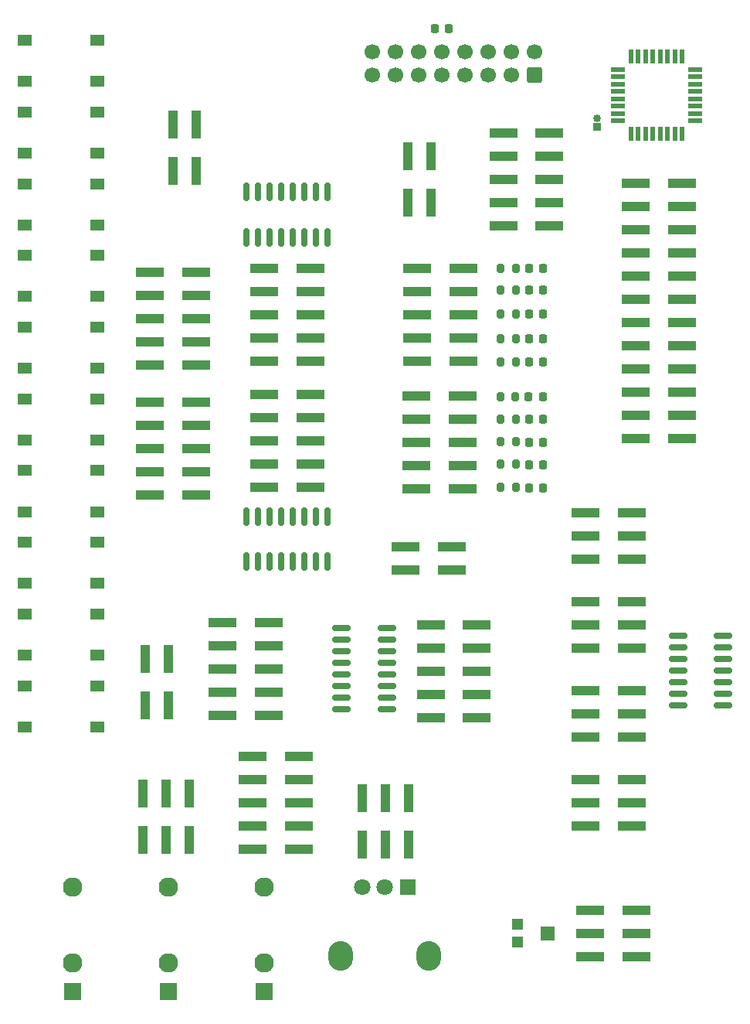
<source format=gbr>
%TF.GenerationSoftware,KiCad,Pcbnew,(7.0.0)*%
%TF.CreationDate,2023-03-26T07:24:26-07:00*%
%TF.ProjectId,wyw_extra,7779775f-6578-4747-9261-2e6b69636164,rev?*%
%TF.SameCoordinates,Original*%
%TF.FileFunction,Soldermask,Top*%
%TF.FilePolarity,Negative*%
%FSLAX46Y46*%
G04 Gerber Fmt 4.6, Leading zero omitted, Abs format (unit mm)*
G04 Created by KiCad (PCBNEW (7.0.0)) date 2023-03-26 07:24:26*
%MOMM*%
%LPD*%
G01*
G04 APERTURE LIST*
G04 Aperture macros list*
%AMRoundRect*
0 Rectangle with rounded corners*
0 $1 Rounding radius*
0 $2 $3 $4 $5 $6 $7 $8 $9 X,Y pos of 4 corners*
0 Add a 4 corners polygon primitive as box body*
4,1,4,$2,$3,$4,$5,$6,$7,$8,$9,$2,$3,0*
0 Add four circle primitives for the rounded corners*
1,1,$1+$1,$2,$3*
1,1,$1+$1,$4,$5*
1,1,$1+$1,$6,$7*
1,1,$1+$1,$8,$9*
0 Add four rect primitives between the rounded corners*
20,1,$1+$1,$2,$3,$4,$5,0*
20,1,$1+$1,$4,$5,$6,$7,0*
20,1,$1+$1,$6,$7,$8,$9,0*
20,1,$1+$1,$8,$9,$2,$3,0*%
G04 Aperture macros list end*
%ADD10RoundRect,0.225000X0.225000X0.250000X-0.225000X0.250000X-0.225000X-0.250000X0.225000X-0.250000X0*%
%ADD11R,3.150000X1.000000*%
%ADD12RoundRect,0.218750X-0.218750X-0.256250X0.218750X-0.256250X0.218750X0.256250X-0.218750X0.256250X0*%
%ADD13R,1.550000X1.300000*%
%ADD14RoundRect,0.150000X0.825000X0.150000X-0.825000X0.150000X-0.825000X-0.150000X0.825000X-0.150000X0*%
%ADD15R,1.000000X3.150000*%
%ADD16R,1.600000X0.550000*%
%ADD17R,0.550000X1.600000*%
%ADD18RoundRect,0.200000X0.200000X0.275000X-0.200000X0.275000X-0.200000X-0.275000X0.200000X-0.275000X0*%
%ADD19R,1.930000X1.830000*%
%ADD20C,2.130000*%
%ADD21RoundRect,0.150000X0.150000X-0.825000X0.150000X0.825000X-0.150000X0.825000X-0.150000X-0.825000X0*%
%ADD22R,0.850000X0.850000*%
%ADD23O,0.850000X0.850000*%
%ADD24O,2.720000X3.240000*%
%ADD25R,1.800000X1.800000*%
%ADD26C,1.800000*%
%ADD27R,1.200000X1.200000*%
%ADD28R,1.500000X1.600000*%
%ADD29RoundRect,0.250000X0.600000X-0.600000X0.600000X0.600000X-0.600000X0.600000X-0.600000X-0.600000X0*%
%ADD30C,1.700000*%
G04 APERTURE END LIST*
D10*
%TO.C,C1*%
X68500000Y-30500000D03*
X66950000Y-30500000D03*
%TD*%
D11*
%TO.C,J2*%
X48249999Y-56709999D03*
X53299999Y-56709999D03*
X48249999Y-59249999D03*
X53299999Y-59249999D03*
X48249999Y-61789999D03*
X53299999Y-61789999D03*
X48249999Y-64329999D03*
X53299999Y-64329999D03*
X48249999Y-66869999D03*
X53299999Y-66869999D03*
%TD*%
D12*
%TO.C,D8*%
X77250000Y-75750000D03*
X78825000Y-75750000D03*
%TD*%
D13*
%TO.C,SW8*%
X22019999Y-86699999D03*
X29979999Y-86699999D03*
X22019999Y-91199999D03*
X29979999Y-91199999D03*
%TD*%
D14*
%TO.C,U5*%
X61700000Y-104945000D03*
X61700000Y-103675000D03*
X61700000Y-102405000D03*
X61700000Y-101135000D03*
X61700000Y-99865000D03*
X61700000Y-98595000D03*
X61700000Y-97325000D03*
X61700000Y-96055000D03*
X56750000Y-96055000D03*
X56750000Y-97325000D03*
X56750000Y-98595000D03*
X56750000Y-99865000D03*
X56750000Y-101135000D03*
X56750000Y-102405000D03*
X56750000Y-103675000D03*
X56750000Y-104945000D03*
%TD*%
D11*
%TO.C,J21*%
X83474999Y-112689999D03*
X88524999Y-112689999D03*
X83474999Y-115229999D03*
X88524999Y-115229999D03*
X83474999Y-117769999D03*
X88524999Y-117769999D03*
%TD*%
%TO.C,J30*%
X46999999Y-110129999D03*
X52049999Y-110129999D03*
X46999999Y-112669999D03*
X52049999Y-112669999D03*
X46999999Y-115209999D03*
X52049999Y-115209999D03*
X46999999Y-117749999D03*
X52049999Y-117749999D03*
X46999999Y-120289999D03*
X52049999Y-120289999D03*
%TD*%
D13*
%TO.C,SW7*%
X22019999Y-78849999D03*
X29979999Y-78849999D03*
X22019999Y-83349999D03*
X29979999Y-83349999D03*
%TD*%
%TO.C,SW2*%
X22019999Y-39599999D03*
X29979999Y-39599999D03*
X22019999Y-44099999D03*
X29979999Y-44099999D03*
%TD*%
%TO.C,SW10*%
X22019999Y-102399999D03*
X29979999Y-102399999D03*
X22019999Y-106899999D03*
X29979999Y-106899999D03*
%TD*%
D15*
%TO.C,J4*%
X35229999Y-104524999D03*
X35229999Y-99474999D03*
X37769999Y-104524999D03*
X37769999Y-99474999D03*
%TD*%
D11*
%TO.C,J18*%
X66499999Y-95749999D03*
X71549999Y-95749999D03*
X66499999Y-98289999D03*
X71549999Y-98289999D03*
X66499999Y-100829999D03*
X71549999Y-100829999D03*
X66499999Y-103369999D03*
X71549999Y-103369999D03*
X66499999Y-105909999D03*
X71549999Y-105909999D03*
%TD*%
D16*
%TO.C,U3*%
X86999999Y-34949999D03*
X86999999Y-35749999D03*
X86999999Y-36549999D03*
X86999999Y-37349999D03*
X86999999Y-38149999D03*
X86999999Y-38949999D03*
X86999999Y-39749999D03*
X86999999Y-40549999D03*
D17*
X88449999Y-41999999D03*
X89249999Y-41999999D03*
X90049999Y-41999999D03*
X90849999Y-41999999D03*
X91649999Y-41999999D03*
X92449999Y-41999999D03*
X93249999Y-41999999D03*
X94049999Y-41999999D03*
D16*
X95499999Y-40549999D03*
X95499999Y-39749999D03*
X95499999Y-38949999D03*
X95499999Y-38149999D03*
X95499999Y-37349999D03*
X95499999Y-36549999D03*
X95499999Y-35749999D03*
X95499999Y-34949999D03*
D17*
X94049999Y-33499999D03*
X93249999Y-33499999D03*
X92449999Y-33499999D03*
X91649999Y-33499999D03*
X90849999Y-33499999D03*
X90049999Y-33499999D03*
X89249999Y-33499999D03*
X88449999Y-33499999D03*
%TD*%
D11*
%TO.C,J13*%
X35724999Y-57129999D03*
X40774999Y-57129999D03*
X35724999Y-59669999D03*
X40774999Y-59669999D03*
X35724999Y-62209999D03*
X40774999Y-62209999D03*
X35724999Y-64749999D03*
X40774999Y-64749999D03*
X35724999Y-67289999D03*
X40774999Y-67289999D03*
%TD*%
D13*
%TO.C,SW1*%
X22019999Y-31749999D03*
X29979999Y-31749999D03*
X22019999Y-36249999D03*
X29979999Y-36249999D03*
%TD*%
D18*
%TO.C,R5*%
X75825000Y-66960000D03*
X74175000Y-66960000D03*
%TD*%
D15*
%TO.C,J26*%
X38229999Y-46024999D03*
X38229999Y-40974999D03*
X40769999Y-46024999D03*
X40769999Y-40974999D03*
%TD*%
D18*
%TO.C,R6*%
X75787500Y-70750000D03*
X74137500Y-70750000D03*
%TD*%
D19*
%TO.C,J9*%
X27249999Y-135849999D03*
D20*
X27250000Y-124450000D03*
X27250000Y-132750000D03*
%TD*%
D11*
%TO.C,J15*%
X83474999Y-83439999D03*
X88524999Y-83439999D03*
X83474999Y-85979999D03*
X88524999Y-85979999D03*
X83474999Y-88519999D03*
X88524999Y-88519999D03*
%TD*%
D18*
%TO.C,R2*%
X75825000Y-59080000D03*
X74175000Y-59080000D03*
%TD*%
D11*
%TO.C,J7*%
X83974999Y-126959999D03*
X89024999Y-126959999D03*
X83974999Y-129499999D03*
X89024999Y-129499999D03*
X83974999Y-132039999D03*
X89024999Y-132039999D03*
%TD*%
D18*
%TO.C,R4*%
X75825000Y-64400000D03*
X74175000Y-64400000D03*
%TD*%
D12*
%TO.C,D1*%
X77250000Y-56710000D03*
X78825000Y-56710000D03*
%TD*%
%TO.C,D4*%
X77250000Y-64440000D03*
X78825000Y-64440000D03*
%TD*%
D18*
%TO.C,R9*%
X75825000Y-78150000D03*
X74175000Y-78150000D03*
%TD*%
D12*
%TO.C,D3*%
X77250000Y-61750000D03*
X78825000Y-61750000D03*
%TD*%
D21*
%TO.C,U4*%
X46305000Y-88805000D03*
X47575000Y-88805000D03*
X48845000Y-88805000D03*
X50115000Y-88805000D03*
X51385000Y-88805000D03*
X52655000Y-88805000D03*
X53925000Y-88805000D03*
X55195000Y-88805000D03*
X55195000Y-83855000D03*
X53925000Y-83855000D03*
X52655000Y-83855000D03*
X51385000Y-83855000D03*
X50115000Y-83855000D03*
X48845000Y-83855000D03*
X47575000Y-83855000D03*
X46305000Y-83855000D03*
%TD*%
D11*
%TO.C,J19*%
X83474999Y-93189999D03*
X88524999Y-93189999D03*
X83474999Y-95729999D03*
X88524999Y-95729999D03*
X83474999Y-98269999D03*
X88524999Y-98269999D03*
%TD*%
D18*
%TO.C,R8*%
X75825000Y-75710000D03*
X74175000Y-75710000D03*
%TD*%
D15*
%TO.C,J8*%
X34959999Y-119274999D03*
X34959999Y-114224999D03*
X37499999Y-119274999D03*
X37499999Y-114224999D03*
X40039999Y-119274999D03*
X40039999Y-114224999D03*
%TD*%
D11*
%TO.C,J5*%
X64999999Y-56709999D03*
X70049999Y-56709999D03*
X64999999Y-59249999D03*
X70049999Y-59249999D03*
X64999999Y-61789999D03*
X70049999Y-61789999D03*
X64999999Y-64329999D03*
X70049999Y-64329999D03*
X64999999Y-66869999D03*
X70049999Y-66869999D03*
%TD*%
%TO.C,J27*%
X63724999Y-87229999D03*
X68774999Y-87229999D03*
X63724999Y-89769999D03*
X68774999Y-89769999D03*
%TD*%
D22*
%TO.C,J16*%
X84749999Y-41249999D03*
D23*
X84749999Y-40249999D03*
%TD*%
D11*
%TO.C,J14*%
X35749999Y-71379999D03*
X40799999Y-71379999D03*
X35749999Y-73919999D03*
X40799999Y-73919999D03*
X35749999Y-76459999D03*
X40799999Y-76459999D03*
X35749999Y-78999999D03*
X40799999Y-78999999D03*
X35749999Y-81539999D03*
X40799999Y-81539999D03*
%TD*%
D18*
%TO.C,R1*%
X75825000Y-56710000D03*
X74175000Y-56710000D03*
%TD*%
D11*
%TO.C,J11*%
X48249999Y-70499999D03*
X53299999Y-70499999D03*
X48249999Y-73039999D03*
X53299999Y-73039999D03*
X48249999Y-75579999D03*
X53299999Y-75579999D03*
X48249999Y-78119999D03*
X53299999Y-78119999D03*
X48249999Y-80659999D03*
X53299999Y-80659999D03*
%TD*%
D13*
%TO.C,SW5*%
X22019999Y-63149999D03*
X29979999Y-63149999D03*
X22019999Y-67649999D03*
X29979999Y-67649999D03*
%TD*%
D11*
%TO.C,J25*%
X64949999Y-70669999D03*
X69999999Y-70669999D03*
X64949999Y-73209999D03*
X69999999Y-73209999D03*
X64949999Y-75749999D03*
X69999999Y-75749999D03*
X64949999Y-78289999D03*
X69999999Y-78289999D03*
X64949999Y-80829999D03*
X69999999Y-80829999D03*
%TD*%
D13*
%TO.C,SW9*%
X22019999Y-94549999D03*
X29979999Y-94549999D03*
X22019999Y-99049999D03*
X29979999Y-99049999D03*
%TD*%
D11*
%TO.C,J12*%
X88999999Y-47419999D03*
X94049999Y-47419999D03*
X88999999Y-49959999D03*
X94049999Y-49959999D03*
X88999999Y-52499999D03*
X94049999Y-52499999D03*
X88999999Y-55039999D03*
X94049999Y-55039999D03*
X88999999Y-57579999D03*
X94049999Y-57579999D03*
X88999999Y-60119999D03*
X94049999Y-60119999D03*
X88999999Y-62659999D03*
X94049999Y-62659999D03*
X88999999Y-65199999D03*
X94049999Y-65199999D03*
X88999999Y-67739999D03*
X94049999Y-67739999D03*
X88999999Y-70279999D03*
X94049999Y-70279999D03*
X88999999Y-72819999D03*
X94049999Y-72819999D03*
X88999999Y-75359999D03*
X94049999Y-75359999D03*
%TD*%
D13*
%TO.C,SW6*%
X22019999Y-70999999D03*
X29979999Y-70999999D03*
X22019999Y-75499999D03*
X29979999Y-75499999D03*
%TD*%
%TO.C,SW4*%
X22019999Y-55299999D03*
X29979999Y-55299999D03*
X22019999Y-59799999D03*
X29979999Y-59799999D03*
%TD*%
D11*
%TO.C,J17*%
X43699999Y-95499999D03*
X48749999Y-95499999D03*
X43699999Y-98039999D03*
X48749999Y-98039999D03*
X43699999Y-100579999D03*
X48749999Y-100579999D03*
X43699999Y-103119999D03*
X48749999Y-103119999D03*
X43699999Y-105659999D03*
X48749999Y-105659999D03*
%TD*%
D24*
%TO.C,RV1*%
X66259999Y-131974999D03*
X56659999Y-131974999D03*
D25*
X63959999Y-124474999D03*
D26*
X61460000Y-124475000D03*
X58960000Y-124475000D03*
%TD*%
D18*
%TO.C,R3*%
X75825000Y-61710000D03*
X74175000Y-61710000D03*
%TD*%
D19*
%TO.C,J10*%
X48249999Y-135849999D03*
D20*
X48250000Y-124450000D03*
X48250000Y-132750000D03*
%TD*%
D13*
%TO.C,SW3*%
X22019999Y-47449999D03*
X29979999Y-47449999D03*
X22019999Y-51949999D03*
X29979999Y-51949999D03*
%TD*%
D12*
%TO.C,D2*%
X77250000Y-59120000D03*
X78825000Y-59120000D03*
%TD*%
D11*
%TO.C,J29*%
X74474999Y-41919999D03*
X79524999Y-41919999D03*
X74474999Y-44459999D03*
X79524999Y-44459999D03*
X74474999Y-46999999D03*
X79524999Y-46999999D03*
X74474999Y-49539999D03*
X79524999Y-49539999D03*
X74474999Y-52079999D03*
X79524999Y-52079999D03*
%TD*%
D27*
%TO.C,RV2*%
X76024999Y-128499999D03*
D28*
X79274999Y-129499999D03*
D27*
X76024999Y-130499999D03*
%TD*%
D11*
%TO.C,J20*%
X83474999Y-102939999D03*
X88524999Y-102939999D03*
X83474999Y-105479999D03*
X88524999Y-105479999D03*
X83474999Y-108019999D03*
X88524999Y-108019999D03*
%TD*%
D12*
%TO.C,D9*%
X77250000Y-78190000D03*
X78825000Y-78190000D03*
%TD*%
%TO.C,D6*%
X77212500Y-70750000D03*
X78787500Y-70750000D03*
%TD*%
%TO.C,D10*%
X77250000Y-80750000D03*
X78825000Y-80750000D03*
%TD*%
D18*
%TO.C,R7*%
X75825000Y-73210000D03*
X74175000Y-73210000D03*
%TD*%
D12*
%TO.C,D5*%
X77250000Y-67000000D03*
X78825000Y-67000000D03*
%TD*%
%TO.C,D7*%
X77250000Y-73250000D03*
X78825000Y-73250000D03*
%TD*%
D15*
%TO.C,J28*%
X63979999Y-49524999D03*
X63979999Y-44474999D03*
X66519999Y-49524999D03*
X66519999Y-44474999D03*
%TD*%
D19*
%TO.C,J3*%
X37749999Y-135849999D03*
D20*
X37750000Y-124450000D03*
X37750000Y-132750000D03*
%TD*%
D15*
%TO.C,J6*%
X64039999Y-114724999D03*
X64039999Y-119774999D03*
X61499999Y-114724999D03*
X61499999Y-119774999D03*
X58959999Y-114724999D03*
X58959999Y-119774999D03*
%TD*%
D21*
%TO.C,U1*%
X46305000Y-53305000D03*
X47575000Y-53305000D03*
X48845000Y-53305000D03*
X50115000Y-53305000D03*
X51385000Y-53305000D03*
X52655000Y-53305000D03*
X53925000Y-53305000D03*
X55195000Y-53305000D03*
X55195000Y-48355000D03*
X53925000Y-48355000D03*
X52655000Y-48355000D03*
X51385000Y-48355000D03*
X50115000Y-48355000D03*
X48845000Y-48355000D03*
X47575000Y-48355000D03*
X46305000Y-48355000D03*
%TD*%
D14*
%TO.C,U2*%
X98575000Y-104560000D03*
X98575000Y-103290000D03*
X98575000Y-102020000D03*
X98575000Y-100750000D03*
X98575000Y-99480000D03*
X98575000Y-98210000D03*
X98575000Y-96940000D03*
X93625000Y-96940000D03*
X93625000Y-98210000D03*
X93625000Y-99480000D03*
X93625000Y-100750000D03*
X93625000Y-102020000D03*
X93625000Y-103290000D03*
X93625000Y-104560000D03*
%TD*%
D18*
%TO.C,R10*%
X75825000Y-80710000D03*
X74175000Y-80710000D03*
%TD*%
D29*
%TO.C,J1*%
X77870000Y-35540000D03*
D30*
X77870000Y-33000000D03*
X75330000Y-35540000D03*
X75330000Y-33000000D03*
X72790000Y-35540000D03*
X72790000Y-33000000D03*
X70250000Y-35540000D03*
X70250000Y-33000000D03*
X67710000Y-35540000D03*
X67710000Y-33000000D03*
X65170000Y-35540000D03*
X65170000Y-33000000D03*
X62630000Y-35540000D03*
X62630000Y-33000000D03*
X60090000Y-35540000D03*
X60090000Y-33000000D03*
%TD*%
M02*

</source>
